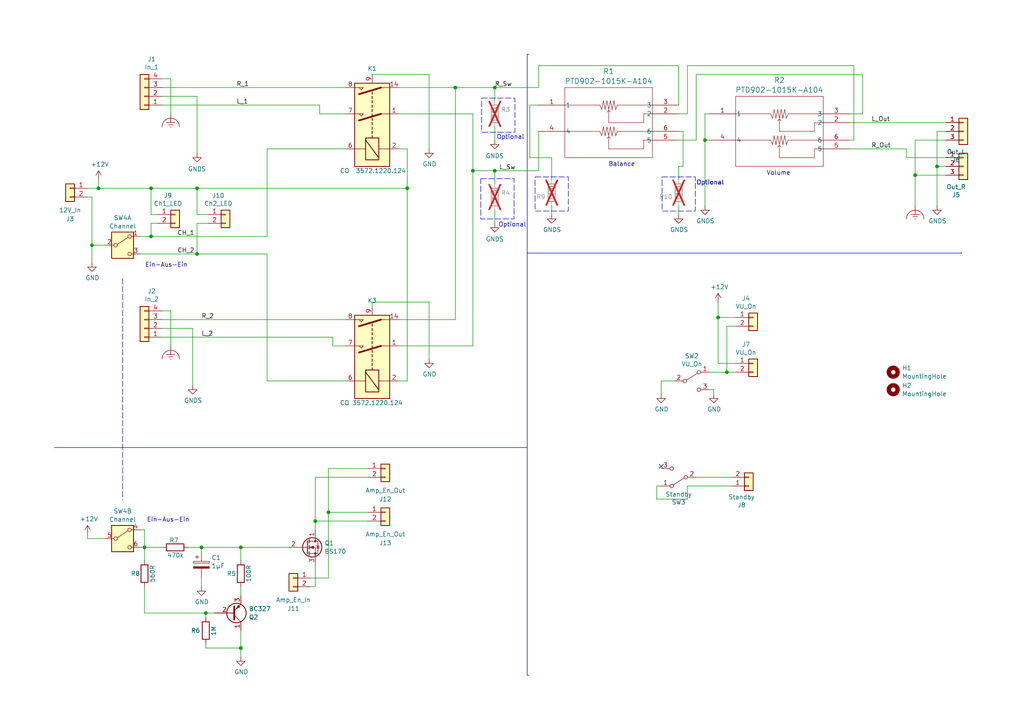
<source format=kicad_sch>
(kicad_sch (version 20231120) (generator "eeschema") (generator_version "8.0")
  (paper "A4")
  (title_block (title "KT88 Eingang & Balance/Lautstärke") (date "2021-03-31") (rev "1.0") (company "Daniel Walter") (comment 1 "fordprfkt@googlemail.com"))
  (lib_symbols
    (symbol "2024-12-17_23-53-22:PTD902-1015K-A104" (pin_names (offset 0.254))
      (property "Reference" "R" (at 20.32 10.16 0))
      (property "Value" "PTD902-1015K-A104" (at 20.32 7.62 0))
      (symbol "PTD902-1015K-A104_0_1"
        (polyline (pts (xy 7.62 -15.24) (xy 33.02 -15.24)) (stroke (width 0.127)))
        (polyline (pts (xy 7.62 -7.62) (xy 17.78 -7.62)) (stroke (width 0.127)))
        (polyline (pts (xy 7.62 0) (xy 17.78 0)) (stroke (width 0.127)))
        (polyline (pts (xy 7.62 5.08) (xy 7.62 -15.24)) (stroke (width 0.127)))
        (polyline (pts (xy 17.78 -7.62) (xy 18.288 -8.89)) (stroke (width 0.127)))
        (polyline (pts (xy 17.78 0) (xy 18.288 -1.27)) (stroke (width 0.127)))
        (polyline (pts (xy 18.288 -8.89) (xy 18.796 -6.35)) (stroke (width 0.127)))
        (polyline (pts (xy 18.288 -1.27) (xy 18.796 1.27)) (stroke (width 0.127)))
        (polyline (pts (xy 18.796 -6.35) (xy 19.304 -8.89)) (stroke (width 0.127)))
        (polyline (pts (xy 18.796 1.27) (xy 19.304 -1.27)) (stroke (width 0.127)))
        (polyline (pts (xy 19.304 -8.89) (xy 19.812 -6.35)) (stroke (width 0.127)))
        (polyline (pts (xy 19.304 -1.27) (xy 19.812 1.27)) (stroke (width 0.127)))
        (polyline (pts (xy 19.812 -6.35) (xy 20.32 -8.89)) (stroke (width 0.127)))
        (polyline (pts (xy 19.812 1.27) (xy 20.32 -1.27)) (stroke (width 0.127)))
        (polyline (pts (xy 20.32 -12.7) (xy 20.32 -9.144)) (stroke (width 0.127)))
        (polyline (pts (xy 20.32 -9.144) (xy 19.812 -9.652)) (stroke (width 0.127)))
        (polyline (pts (xy 20.32 -9.144) (xy 20.828 -9.652)) (stroke (width 0.127)))
        (polyline (pts (xy 20.32 -8.89) (xy 20.828 -6.35)) (stroke (width 0.127)))
        (polyline (pts (xy 20.32 -5.08) (xy 20.32 -1.524)) (stroke (width 0.127)))
        (polyline (pts (xy 20.32 -1.524) (xy 19.812 -2.032)) (stroke (width 0.127)))
        (polyline (pts (xy 20.32 -1.524) (xy 20.828 -2.032)) (stroke (width 0.127)))
        (polyline (pts (xy 20.32 -1.27) (xy 20.828 1.27)) (stroke (width 0.127)))
        (polyline (pts (xy 20.828 -6.35) (xy 21.336 -8.89)) (stroke (width 0.127)))
        (polyline (pts (xy 20.828 1.27) (xy 21.336 -1.27)) (stroke (width 0.127)))
        (polyline (pts (xy 21.336 -8.89) (xy 21.844 -6.35)) (stroke (width 0.127)))
        (polyline (pts (xy 21.336 -1.27) (xy 21.844 1.27)) (stroke (width 0.127)))
        (polyline (pts (xy 21.844 -6.35) (xy 22.352 -8.89)) (stroke (width 0.127)))
        (polyline (pts (xy 21.844 1.27) (xy 22.352 -1.27)) (stroke (width 0.127)))
        (polyline (pts (xy 22.352 -8.89) (xy 22.86 -7.62)) (stroke (width 0.127)))
        (polyline (pts (xy 22.352 -1.27) (xy 22.86 0)) (stroke (width 0.127)))
        (polyline (pts (xy 22.86 -7.62) (xy 33.02 -7.62)) (stroke (width 0.127)))
        (polyline (pts (xy 22.86 0) (xy 33.02 0)) (stroke (width 0.127)))
        (polyline (pts (xy 30.48 -12.7) (xy 20.32 -12.7)) (stroke (width 0.127)))
        (polyline (pts (xy 30.48 -10.16) (xy 30.48 -12.7)) (stroke (width 0.127)))
        (polyline (pts (xy 30.48 -5.08) (xy 20.32 -5.08)) (stroke (width 0.127)))
        (polyline (pts (xy 30.48 -2.54) (xy 30.48 -5.08)) (stroke (width 0.127)))
        (polyline (pts (xy 33.02 -15.24) (xy 33.02 5.08)) (stroke (width 0.127)))
        (polyline (pts (xy 33.02 -10.16) (xy 30.48 -10.16)) (stroke (width 0.127)))
        (polyline (pts (xy 33.02 -2.54) (xy 30.48 -2.54)) (stroke (width 0.127)))
        (polyline (pts (xy 33.02 5.08) (xy 7.62 5.08)) (stroke (width 0.127)))
        (pin unspecified line (at 0 0 0) (length 7.62) (name "1") (number "1"))
        (pin unspecified line (at 40.64 -2.54 180) (length 7.62) (name "2") (number "2"))
        (pin unspecified line (at 40.64 0 180) (length 7.62) (name "3") (number "3"))
        (pin unspecified line (at 0 -7.62 0) (length 7.62) (name "4") (number "4"))
        (pin unspecified line (at 40.64 -10.16 180) (length 7.62) (name "5") (number "5"))
        (pin unspecified line (at 40.64 -7.62 180) (length 7.62) (name "6") (number "6"))
      )
    )
    (symbol "Connector_Generic:Conn_01x02" (pin_names (offset 1.016) hide)
      (property "Reference" "J" (at 0 2.54 0))
      (property "Value" "Conn_01x02" (at 0 -5.08 0))
      (symbol "Conn_01x02_1_1"
        (rectangle (start -1.27 -2.413) (end 0 -2.667) (stroke (width 0.1524)))
        (rectangle (start -1.27 0.127) (end 0 -0.127) (stroke (width 0.1524)))
        (rectangle (start -1.27 1.27) (end 1.27 -3.81) (stroke (width 0.254)) (fill (type background)))
        (pin passive line (at -5.08 0 0) (length 3.81) (name "Pin_1") (number "1"))
        (pin passive line (at -5.08 -2.54 0) (length 3.81) (name "Pin_2") (number "2"))
      )
    )
    (symbol "Connector_Generic:Conn_01x03" (pin_names (offset 1.016) hide)
      (property "Reference" "J" (at 0 5.08 0))
      (property "Value" "Conn_01x03" (at 0 -5.08 0))
      (symbol "Conn_01x03_1_1"
        (rectangle (start -1.27 -2.413) (end 0 -2.667) (stroke (width 0.1524)))
        (rectangle (start -1.27 0.127) (end 0 -0.127) (stroke (width 0.1524)))
        (rectangle (start -1.27 2.667) (end 0 2.413) (stroke (width 0.1524)))
        (rectangle (start -1.27 3.81) (end 1.27 -3.81) (stroke (width 0.254)) (fill (type background)))
        (pin passive line (at -5.08 2.54 0) (length 3.81) (name "Pin_1") (number "1"))
        (pin passive line (at -5.08 0 0) (length 3.81) (name "Pin_2") (number "2"))
        (pin passive line (at -5.08 -2.54 0) (length 3.81) (name "Pin_3") (number "3"))
      )
    )
    (symbol "Connector_Generic:Conn_01x04" (pin_names (offset 1.016) hide)
      (property "Reference" "J" (at 0 5.08 0))
      (property "Value" "Conn_01x04" (at 0 -7.62 0))
      (symbol "Conn_01x04_1_1"
        (rectangle (start -1.27 -4.953) (end 0 -5.207) (stroke (width 0.1524)))
        (rectangle (start -1.27 -2.413) (end 0 -2.667) (stroke (width 0.1524)))
        (rectangle (start -1.27 0.127) (end 0 -0.127) (stroke (width 0.1524)))
        (rectangle (start -1.27 2.667) (end 0 2.413) (stroke (width 0.1524)))
        (rectangle (start -1.27 3.81) (end 1.27 -6.35) (stroke (width 0.254)) (fill (type background)))
        (pin passive line (at -5.08 2.54 0) (length 3.81) (name "Pin_1") (number "1"))
        (pin passive line (at -5.08 0 0) (length 3.81) (name "Pin_2") (number "2"))
        (pin passive line (at -5.08 -2.54 0) (length 3.81) (name "Pin_3") (number "3"))
        (pin passive line (at -5.08 -5.08 0) (length 3.81) (name "Pin_4") (number "4"))
      )
    )
    (symbol "DIPxx-2Axx-21x_1"
      (property "Reference" "K1" (at 15.6718 0 90))
      (property "Value" "DIPxx-2Axx-21x" (at 13.3604 0 90))
      (symbol "DIPxx-2Axx-21x_1_0_0"
        (polyline (pts (xy 2.54 5.08) (xy 2.54 2.54) (xy 1.905 3.175) (xy 2.54 3.81)))
        (polyline (pts (xy 10.16 5.08) (xy 10.16 2.54) (xy 9.525 3.175) (xy 10.16 3.81)))
      )
      (symbol "DIPxx-2Axx-21x_1_0_1"
        (rectangle (start -12.7 5.08) (end 11.43 -5.08) (stroke (width 0.254)) (fill (type background)))
        (rectangle (start -10.795 1.905) (end -4.445 -1.905) (stroke (width 0.254)))
        (polyline (pts (xy -10.16 -1.905) (xy -5.08 1.905)) (stroke (width 0.254)))
        (polyline (pts (xy -7.62 -5.08) (xy -7.62 -1.905)))
        (polyline (pts (xy -7.62 5.08) (xy -7.62 1.905)))
        (polyline (pts (xy -4.445 0) (xy -3.81 0)) (stroke (width 0.254)))
        (polyline (pts (xy -3.175 0) (xy -2.54 0)) (stroke (width 0.254)))
        (polyline (pts (xy -1.905 0) (xy -1.27 0)) (stroke (width 0.254)))
        (polyline (pts (xy -0.635 0) (xy 0 0)) (stroke (width 0.254)))
        (polyline (pts (xy 0.635 0) (xy 1.27 0)) (stroke (width 0.254)))
        (polyline (pts (xy 1.905 0) (xy 2.54 0)) (stroke (width 0.254)))
        (polyline (pts (xy 2.54 -2.54) (xy 0.635 3.81)) (stroke (width 0.508)))
        (polyline (pts (xy 2.54 -2.54) (xy 2.54 -5.08)))
        (polyline (pts (xy 3.175 0) (xy 3.81 0)) (stroke (width 0.254)))
        (polyline (pts (xy 4.445 0) (xy 5.08 0)) (stroke (width 0.254)))
        (polyline (pts (xy 5.715 0) (xy 6.35 0)) (stroke (width 0.254)))
        (polyline (pts (xy 6.985 0) (xy 7.62 0)) (stroke (width 0.254)))
        (polyline (pts (xy 8.255 0) (xy 8.89 0)) (stroke (width 0.254)))
        (polyline (pts (xy 10.16 -2.54) (xy 8.255 3.81)) (stroke (width 0.508)))
        (polyline (pts (xy 10.16 -2.54) (xy 10.16 -5.08)))
      )
      (symbol "DIPxx-2Axx-21x_1_1_1"
        (pin passive line (at 2.54 -7.62 90) (length 2.54) (name "~") (number "1"))
        (pin passive line (at 10.16 -7.62 90) (length 2.54) (name "~") (number "14"))
        (pin passive line (at -7.62 -7.62 90) (length 2.54) (name "~") (number "2"))
        (pin passive line (at -7.62 7.62 270) (length 2.54) (name "~") (number "6"))
        (pin passive line (at 2.54 7.62 270) (length 2.54) (name "~") (number "7"))
        (pin passive line (at 10.16 7.62 270) (length 2.54) (name "~") (number "8"))
        (pin passive line (at 13.97 0 180) (length 2.54) (name "") (number "9"))
      )
    )
    (symbol "Device:C_Polarized" (pin_numbers hide) (pin_names (offset 0.254))
      (property "Reference" "C" (at 0.635 2.54 0))
      (property "Value" "C_Polarized" (at 0.635 -2.54 0))
      (symbol "C_Polarized_0_1"
        (rectangle (start -2.286 0.508) (end 2.286 1.016))
        (polyline (pts (xy -1.778 2.286) (xy -0.762 2.286)))
        (polyline (pts (xy -1.27 2.794) (xy -1.27 1.778)))
        (rectangle (start 2.286 -0.508) (end -2.286 -1.016) (fill (type outline)))
      )
      (symbol "C_Polarized_1_1"
        (pin passive line (at 0 3.81 270) (length 2.794) (name "~") (number "1"))
        (pin passive line (at 0 -3.81 90) (length 2.794) (name "~") (number "2"))
      )
    )
    (symbol "Device:R" (pin_numbers hide) (pin_names (offset 0))
      (property "Reference" "R" (at 2.032 0 90))
      (property "Value" "R" (at 0 0 90))
      (symbol "R_0_1"
        (rectangle (start -1.016 -2.54) (end 1.016 2.54) (stroke (width 0.254)))
      )
      (symbol "R_1_1"
        (pin passive line (at 0 3.81 270) (length 1.27) (name "~") (number "1"))
        (pin passive line (at 0 -3.81 90) (length 1.27) (name "~") (number "2"))
      )
    )
    (symbol "Mechanical:MountingHole" (pin_names (offset 1.016)) (exclude_from_sim yes) (in_bom no)
      (property "Reference" "H" (at 0 5.08 0))
      (property "Value" "MountingHole" (at 0 3.175 0))
      (symbol "MountingHole_0_1"
        (circle (center 0 0) (radius 1.27) (stroke (width 1.27)))
      )
    )
    (symbol "Relay:DIPxx-2Axx-21x"
      (property "Reference" "K3" (at 15.6718 0 90))
      (property "Value" "DIPxx-2Axx-21x" (at 13.3604 0 90))
      (symbol "DIPxx-2Axx-21x_0_0"
        (polyline (pts (xy 2.54 5.08) (xy 2.54 2.54) (xy 1.905 3.175) (xy 2.54 3.81)))
        (polyline (pts (xy 10.16 5.08) (xy 10.16 2.54) (xy 9.525 3.175) (xy 10.16 3.81)))
      )
      (symbol "DIPxx-2Axx-21x_0_1"
        (rectangle (start -12.7 5.08) (end 11.43 -5.08) (stroke (width 0.254)) (fill (type background)))
        (rectangle (start -10.795 1.905) (end -4.445 -1.905) (stroke (width 0.254)))
        (polyline (pts (xy -10.16 -1.905) (xy -5.08 1.905)) (stroke (width 0.254)))
        (polyline (pts (xy -7.62 -5.08) (xy -7.62 -1.905)))
        (polyline (pts (xy -7.62 5.08) (xy -7.62 1.905)))
        (polyline (pts (xy -4.445 0) (xy -3.81 0)) (stroke (width 0.254)))
        (polyline (pts (xy -3.175 0) (xy -2.54 0)) (stroke (width 0.254)))
        (polyline (pts (xy -1.905 0) (xy -1.27 0)) (stroke (width 0.254)))
        (polyline (pts (xy -0.635 0) (xy 0 0)) (stroke (width 0.254)))
        (polyline (pts (xy 0.635 0) (xy 1.27 0)) (stroke (width 0.254)))
        (polyline (pts (xy 1.905 0) (xy 2.54 0)) (stroke (width 0.254)))
        (polyline (pts (xy 2.54 -2.54) (xy 0.635 3.81)) (stroke (width 0.508)))
        (polyline (pts (xy 2.54 -2.54) (xy 2.54 -5.08)))
        (polyline (pts (xy 3.175 0) (xy 3.81 0)) (stroke (width 0.254)))
        (polyline (pts (xy 4.445 0) (xy 5.08 0)) (stroke (width 0.254)))
        (polyline (pts (xy 5.715 0) (xy 6.35 0)) (stroke (width 0.254)))
        (polyline (pts (xy 6.985 0) (xy 7.62 0)) (stroke (width 0.254)))
        (polyline (pts (xy 8.255 0) (xy 8.89 0)) (stroke (width 0.254)))
        (polyline (pts (xy 10.16 -2.54) (xy 8.255 3.81)) (stroke (width 0.508)))
        (polyline (pts (xy 10.16 -2.54) (xy 10.16 -5.08)))
      )
      (symbol "DIPxx-2Axx-21x_1_1"
        (pin passive line (at 2.54 -7.62 90) (length 2.54) (name "~") (number "1"))
        (pin passive line (at 10.16 -7.62 90) (length 2.54) (name "~") (number "14"))
        (pin passive line (at -7.62 -7.62 90) (length 2.54) (name "~") (number "2"))
        (pin passive line (at -7.62 7.62 270) (length 2.54) (name "~") (number "6"))
        (pin passive line (at 2.54 7.62 270) (length 2.54) (name "~") (number "7"))
        (pin passive line (at 10.16 7.62 270) (length 2.54) (name "~") (number "8"))
        (pin passive line (at 13.97 0 180) (length 2.54) (name "") (number "9"))
      )
    )
    (symbol "Switch:SW_DPDT_x2" (pin_names (offset 0) hide)
      (property "Reference" "SW" (at 0 5.08 0))
      (property "Value" "SW_DPDT_x2" (at 0 -5.08 0))
      (symbol "SW_DPDT_x2_0_0"
        (circle (center -2.032 0) (radius 0.508))
        (circle (center 2.032 -2.54) (radius 0.508))
      )
      (symbol "SW_DPDT_x2_0_1"
        (rectangle (start -3.175 3.81) (end 3.175 -3.81) (stroke (width 0.254)) (fill (type background)))
        (polyline (pts (xy -1.524 0.254) (xy 1.5748 2.286)))
        (circle (center 2.032 2.54) (radius 0.508))
      )
      (symbol "SW_DPDT_x2_1_1"
        (pin passive line (at 5.08 2.54 180) (length 2.54) (name "A") (number "1"))
        (pin passive line (at -5.08 0 0) (length 2.54) (name "B") (number "2"))
        (pin passive line (at 5.08 -2.54 180) (length 2.54) (name "C") (number "3"))
      )
      (symbol "SW_DPDT_x2_2_1"
        (pin passive line (at 5.08 2.54 180) (length 2.54) (name "A") (number "4"))
        (pin passive line (at -5.08 0 0) (length 2.54) (name "B") (number "5"))
        (pin passive line (at 5.08 -2.54 180) (length 2.54) (name "C") (number "6"))
      )
    )
    (symbol "Switch:SW_SPDT" (pin_names (offset 0) hide)
      (property "Reference" "SW" (at 0 4.318 0))
      (property "Value" "SW_SPDT" (at 0 -5.08 0))
      (symbol "SW_SPDT_0_0"
        (circle (center -2.032 0) (radius 0.508))
        (circle (center 2.032 -2.54) (radius 0.508))
      )
      (symbol "SW_SPDT_0_1"
        (polyline (pts (xy -1.524 0.254) (xy 1.651 2.286)))
        (circle (center 2.032 2.54) (radius 0.508))
      )
      (symbol "SW_SPDT_1_1"
        (pin passive line (at 5.08 2.54 180) (length 2.54) (name "A") (number "1"))
        (pin passive line (at -5.08 0 0) (length 2.54) (name "B") (number "2"))
        (pin passive line (at 5.08 -2.54 180) (length 2.54) (name "C") (number "3"))
      )
    )
    (symbol "Transistor_BJT:BC327" (pin_names (offset 0) hide)
      (property "Reference" "Q" (at 5.08 1.905 0))
      (property "Value" "BC327" (at 5.08 0 0))
      (symbol "BC327_0_1"
        (polyline (pts (xy 0.635 0.635) (xy 2.54 2.54)))
        (polyline (pts (xy 0.635 -0.635) (xy 2.54 -2.54) (xy 2.54 -2.54)))
        (polyline (pts (xy 0.635 1.905) (xy 0.635 -1.905) (xy 0.635 -1.905)) (stroke (width 0.508)))
        (polyline (pts (xy 2.286 -1.778) (xy 1.778 -2.286) (xy 1.27 -1.27) (xy 2.286 -1.778) (xy 2.286 -1.778)) (fill (type outline)))
        (circle (center 1.27 0) (radius 2.8194) (stroke (width 0.254)))
      )
      (symbol "BC327_1_1"
        (pin passive line (at 2.54 5.08 270) (length 2.54) (name "C") (number "1"))
        (pin input line (at -5.08 0 0) (length 5.715) (name "B") (number "2"))
        (pin passive line (at 2.54 -5.08 90) (length 2.54) (name "E") (number "3"))
      )
    )
    (symbol "Transistor_FET:BS170" (pin_names hide)
      (property "Reference" "Q" (at 5.08 1.905 0))
      (property "Value" "BS170" (at 5.08 0 0))
      (symbol "BS170_0_1"
        (polyline (pts (xy 0.254 0) (xy -2.54 0)))
        (polyline (pts (xy 0.254 1.905) (xy 0.254 -1.905)) (stroke (width 0.254)))
        (polyline (pts (xy 0.762 -1.27) (xy 0.762 -2.286)) (stroke (width 0.254)))
        (polyline (pts (xy 0.762 0.508) (xy 0.762 -0.508)) (stroke (width 0.254)))
        (polyline (pts (xy 0.762 2.286) (xy 0.762 1.27)) (stroke (width 0.254)))
        (polyline (pts (xy 2.54 2.54) (xy 2.54 1.778)))
        (polyline (pts (xy 2.54 -2.54) (xy 2.54 0) (xy 0.762 0)))
        (polyline (pts (xy 0.762 -1.778) (xy 3.302 -1.778) (xy 3.302 1.778) (xy 0.762 1.778)))
        (polyline (pts (xy 1.016 0) (xy 2.032 0.381) (xy 2.032 -0.381) (xy 1.016 0)) (fill (type outline)))
        (polyline (pts (xy 2.794 0.508) (xy 2.921 0.381) (xy 3.683 0.381) (xy 3.81 0.254)))
        (polyline (pts (xy 3.302 0.381) (xy 2.921 -0.254) (xy 3.683 -0.254) (xy 3.302 0.381)))
        (circle (center 1.651 0) (radius 2.794) (stroke (width 0.254)))
        (circle (center 2.54 -1.778) (radius 0.254) (fill (type outline)))
        (circle (center 2.54 1.778) (radius 0.254) (fill (type outline)))
      )
      (symbol "BS170_1_1"
        (pin passive line (at 2.54 5.08 270) (length 2.54) (name "D") (number "1"))
        (pin input line (at -5.08 0 0) (length 2.54) (name "G") (number "2"))
        (pin passive line (at 2.54 -5.08 90) (length 2.54) (name "S") (number "3"))
      )
    )
    (symbol "power:+12V" (power) (pin_names (offset 0))
      (property "Value" "+12V" (at 0 3.556 0))
      (symbol "+12V_0_1"
        (polyline (pts (xy -0.762 1.27) (xy 0 2.54)))
        (polyline (pts (xy 0 0) (xy 0 2.54)))
        (polyline (pts (xy 0 2.54) (xy 0.762 1.27)))
      )
      (symbol "+12V_1_1"
        (pin power_in line (at 0 0 90) (length 0) hide (name "+12V") (number "1"))
      )
    )
    (symbol "power:Earth_Clean" (power) (pin_names (offset 0))
      (symbol "Earth_Clean_0_1"
        (polyline (pts (xy -0.635 -3.175) (xy 0.635 -3.175)))
        (polyline (pts (xy -0.127 -3.81) (xy 0.127 -3.81)))
        (polyline (pts (xy 0 -2.54) (xy 0 0)))
        (polyline (pts (xy 1.27 -2.54) (xy -1.27 -2.54)))
        (arc (start 2.54 -3.81) (mid 0 -1.281) (end -2.54 -3.81))
      )
      (symbol "Earth_Clean_1_1"
        (pin power_in line (at 0 0 270) (length 0) hide (name "Earth_Clean") (number "1"))
      )
    )
    (symbol "power:GND" (power) (pin_names (offset 0))
      (property "Value" "GND" (at 0 -3.81 0))
      (symbol "GND_0_1"
        (polyline (pts (xy 0 0) (xy 0 -1.27) (xy 1.27 -1.27) (xy 0 -2.54) (xy -1.27 -1.27) (xy 0 -1.27)))
      )
      (symbol "GND_1_1"
        (pin power_in line (at 0 0 270) (length 0) hide (name "GND") (number "1"))
      )
    )
    (symbol "power:GNDS" (power) (pin_names (offset 0))
      (property "Value" "GNDS" (at 0 -3.81 0))
      (symbol "GNDS_0_1"
        (polyline (pts (xy 0 0) (xy 0 -1.27) (xy 1.27 -1.27) (xy 0 -2.54) (xy -1.27 -1.27) (xy 0 -1.27)))
      )
      (symbol "GNDS_1_1"
        (pin power_in line (at 0 0 270) (length 0) hide (name "GNDS") (number "1"))
      )
    )
  )
  (junction (at 28.575 54.61))
  (junction (at 57.15 73.66))
  (junction (at 132.08 25.4))
  (junction (at 204.47 40.64))
  (junction (at 137.16 49.53))
  (junction (at 69.85 158.75))
  (junction (at 208.28 92.075))
  (junction (at 210.82 107.95))
  (junction (at 57.15 54.61))
  (junction (at 43.815 68.58))
  (junction (at 41.91 158.75))
  (junction (at 143.51 25.4))
  (junction (at 59.69 177.8))
  (junction (at 143.51 49.53))
  (junction (at 26.67 71.12))
  (junction (at 265.43 50.8))
  (junction (at 271.78 48.26))
  (junction (at 69.85 187.96))
  (junction (at 95.25 148.59))
  (junction (at 118.11 54.61))
  (junction (at 43.815 54.61))
  (junction (at 58.42 158.75))
  (junction (at 91.44 151.13))
  (no_connect (at 191.77 135.255))
  (wire (pts (xy 90.17 167.64) (xy 95.25 167.64)))
  (wire (pts (xy 132.08 92.71) (xy 132.08 25.4)))
  (wire (pts (xy 196.85 33.02) (xy 199.39 33.02)))
  (wire (pts (xy 196.85 40.64) (xy 201.93 40.64)))
  (wire (pts (xy 77.47 73.66) (xy 77.47 110.49)))
  (wire (pts (xy 191.77 110.49) (xy 195.58 110.49)))
  (wire (pts (xy 45.72 62.23) (xy 43.815 62.23)))
  (wire (pts (xy 274.32 50.8) (xy 265.43 50.8)))
  (wire (pts (xy 118.11 43.18) (xy 115.57 43.18)))
  (wire (pts (xy 247.65 19.05) (xy 247.65 40.64)))
  (wire (pts (xy 26.67 57.15) (xy 25.4 57.15)))
  (wire (pts (xy 156.21 25.4) (xy 156.21 19.05)))
  (wire (pts (xy 265.43 40.64) (xy 265.43 50.8)))
  (wire (pts (xy 69.85 187.96) (xy 69.85 190.5)))
  (wire (pts (xy 91.44 163.83) (xy 91.44 170.18)))
  (wire (pts (xy 69.85 158.75) (xy 69.85 162.56)))
  (wire (pts (xy 143.51 60.96) (xy 143.51 64.77)))
  (wire (pts (xy 196.85 38.1) (xy 198.12 38.1)))
  (wire (pts (xy 60.325 62.23) (xy 57.15 62.23)))
  (wire (pts (xy 143.51 49.53) (xy 156.21 49.53)))
  (wire (pts (xy 28.575 52.07) (xy 28.575 54.61)))
  (wire (pts (xy 26.67 71.12) (xy 26.67 76.2)))
  (wire (pts (xy 45.72 64.77) (xy 43.815 64.77)))
  (wire (pts (xy 124.46 87.63) (xy 107.95 87.63)))
  (wire (pts (xy 91.44 170.18) (xy 90.17 170.18)))
  (wire (pts (xy 40.64 153.67) (xy 41.91 153.67)))
  (wire (pts (xy 69.85 158.75) (xy 58.42 158.75)))
  (wire (pts (xy 204.47 40.64) (xy 204.47 59.69)))
  (wire (pts (xy 204.47 33.02) (xy 204.47 40.64)))
  (polyline (pts (xy 152.908 15.748) (xy 153.416 15.748)))
  (polyline (pts (xy 152.908 129.794) (xy 152.908 15.748)))
  (wire (pts (xy 57.15 27.94) (xy 46.99 27.94)))
  (wire (pts (xy 132.08 25.4) (xy 115.57 25.4)))
  (wire (pts (xy 26.67 71.12) (xy 30.48 71.12)))
  (wire (pts (xy 26.67 57.15) (xy 26.67 71.12)))
  (polyline (pts (xy 15.748 129.794) (xy 152.908 129.794)))
  (wire (pts (xy 143.51 49.53) (xy 143.51 53.34)))
  (wire (pts (xy 115.57 33.02) (xy 137.16 33.02)))
  (wire (pts (xy 49.53 90.17) (xy 49.53 100.33)))
  (wire (pts (xy 115.57 92.71) (xy 132.08 92.71)))
  (wire (pts (xy 190.5 140.97) (xy 191.77 140.97)))
  (wire (pts (xy 57.15 54.61) (xy 118.11 54.61)))
  (wire (pts (xy 57.15 73.66) (xy 77.47 73.66)))
  (wire (pts (xy 160.02 45.72) (xy 153.67 45.72)))
  (wire (pts (xy 196.85 48.26) (xy 198.12 48.26)))
  (wire (pts (xy 160.02 59.69) (xy 160.02 62.23)))
  (wire (pts (xy 92.71 33.02) (xy 100.33 33.02)))
  (wire (pts (xy 83.82 158.75) (xy 69.85 158.75)))
  (wire (pts (xy 274.32 40.64) (xy 265.43 40.64)))
  (wire (pts (xy 115.57 100.33) (xy 137.16 100.33)))
  (wire (pts (xy 59.69 177.8) (xy 59.69 179.07)))
  (wire (pts (xy 196.85 59.69) (xy 196.85 62.23)))
  (wire (pts (xy 28.575 54.61) (xy 43.815 54.61)))
  (wire (pts (xy 59.69 186.69) (xy 59.69 187.96)))
  (wire (pts (xy 246.38 43.18) (xy 262.89 43.18)))
  (wire (pts (xy 250.19 33.02) (xy 250.19 21.59)))
  (wire (pts (xy 92.71 30.48) (xy 92.71 33.02)))
  (wire (pts (xy 191.77 114.3) (xy 191.77 110.49)))
  (wire (pts (xy 137.16 33.02) (xy 137.16 49.53)))
  (wire (pts (xy 46.99 22.86) (xy 49.53 22.86)))
  (wire (pts (xy 156.21 38.1) (xy 156.21 49.53)))
  (wire (pts (xy 91.44 151.13) (xy 91.44 153.67)))
  (wire (pts (xy 246.38 35.56) (xy 274.32 35.56)))
  (wire (pts (xy 143.51 25.4) (xy 143.51 29.21)))
  (wire (pts (xy 199.39 19.05) (xy 247.65 19.05)))
  (wire (pts (xy 262.89 45.72) (xy 262.89 43.18)))
  (wire (pts (xy 204.47 40.64) (xy 205.74 40.64)))
  (wire (pts (xy 205.74 107.95) (xy 210.82 107.95)))
  (wire (pts (xy 208.28 105.41) (xy 208.28 92.075)))
  (wire (pts (xy 59.69 177.8) (xy 62.23 177.8)))
  (wire (pts (xy 106.68 135.89) (xy 95.25 135.89)))
  (wire (pts (xy 46.99 97.79) (xy 96.52 97.79)))
  (wire (pts (xy 212.09 140.97) (xy 199.39 140.97)))
  (wire (pts (xy 201.93 21.59) (xy 250.19 21.59)))
  (wire (pts (xy 25.4 156.21) (xy 25.4 154.94)))
  (wire (pts (xy 213.36 105.41) (xy 208.28 105.41)))
  (wire (pts (xy 58.42 167.64) (xy 58.42 170.18)))
  (polyline (pts (xy 278.892 73.152) (xy 278.892 73.406)))
  (wire (pts (xy 107.95 87.63) (xy 107.95 88.9)))
  (wire (pts (xy 55.88 95.25) (xy 55.88 111.76)))
  (wire (pts (xy 199.39 33.02) (xy 199.39 19.05)))
  (wire (pts (xy 43.815 62.23) (xy 43.815 54.61)))
  (wire (pts (xy 246.38 33.02) (xy 250.19 33.02)))
  (wire (pts (xy 59.69 187.96) (xy 69.85 187.96)))
  (wire (pts (xy 124.46 21.59) (xy 107.95 21.59)))
  (wire (pts (xy 41.91 158.75) (xy 41.91 162.56)))
  (wire (pts (xy 265.43 50.8) (xy 265.43 59.69)))
  (wire (pts (xy 41.91 177.8) (xy 59.69 177.8)))
  (wire (pts (xy 205.74 33.02) (xy 204.47 33.02)))
  (wire (pts (xy 274.32 48.26) (xy 271.78 48.26)))
  (wire (pts (xy 137.16 100.33) (xy 137.16 49.53)))
  (wire (pts (xy 212.09 138.43) (xy 201.93 138.43)))
  (wire (pts (xy 213.36 92.075) (xy 208.28 92.075)))
  (wire (pts (xy 118.11 54.61) (xy 118.11 110.49)))
  (wire (pts (xy 201.93 21.59) (xy 201.93 40.64)))
  (wire (pts (xy 30.48 156.21) (xy 25.4 156.21)))
  (wire (pts (xy 40.64 158.75) (xy 41.91 158.75)))
  (wire (pts (xy 207.01 113.03) (xy 207.01 114.3)))
  (wire (pts (xy 77.47 43.18) (xy 77.47 68.58)))
  (wire (pts (xy 41.91 158.75) (xy 46.99 158.75)))
  (wire (pts (xy 43.815 54.61) (xy 57.15 54.61)))
  (wire (pts (xy 137.16 49.53) (xy 143.51 49.53)))
  (wire (pts (xy 95.25 148.59) (xy 95.25 167.64)))
  (wire (pts (xy 96.52 97.79) (xy 96.52 100.33)))
  (wire (pts (xy 77.47 43.18) (xy 100.33 43.18)))
  (wire (pts (xy 106.68 138.43) (xy 91.44 138.43)))
  (wire (pts (xy 49.53 22.86) (xy 49.53 33.02)))
  (wire (pts (xy 77.47 110.49) (xy 100.33 110.49)))
  (polyline (pts (xy 152.908 195.834) (xy 153.416 195.834)))
  (wire (pts (xy 199.39 140.97) (xy 199.39 144.78)))
  (wire (pts (xy 205.74 113.03) (xy 207.01 113.03)))
  (wire (pts (xy 46.99 30.48) (xy 92.71 30.48)))
  (wire (pts (xy 143.51 36.83) (xy 143.51 40.64)))
  (wire (pts (xy 124.46 43.18) (xy 124.46 21.59)))
  (wire (pts (xy 118.11 110.49) (xy 115.57 110.49)))
  (polyline (pts (xy 35.56 80.772) (xy 35.56 145.034)) (stroke (width 0) (type dash)))
  (wire (pts (xy 40.64 73.66) (xy 57.15 73.66)))
  (wire (pts (xy 196.85 19.05) (xy 196.85 30.48)))
  (wire (pts (xy 274.32 45.72) (xy 262.89 45.72)))
  (wire (pts (xy 190.5 144.78) (xy 190.5 140.97)))
  (wire (pts (xy 60.325 64.77) (xy 57.15 64.77)))
  (wire (pts (xy 199.39 144.78) (xy 190.5 144.78)))
  (polyline (pts (xy 152.908 73.406) (xy 278.892 73.406)))
  (wire (pts (xy 54.61 158.75) (xy 58.42 158.75)))
  (wire (pts (xy 143.51 25.4) (xy 132.08 25.4)))
  (wire (pts (xy 41.91 170.18) (xy 41.91 177.8)))
  (wire (pts (xy 43.815 64.77) (xy 43.815 68.58)))
  (wire (pts (xy 58.42 158.75) (xy 58.42 160.02)))
  (wire (pts (xy 210.82 94.615) (xy 210.82 107.95)))
  (wire (pts (xy 57.15 62.23) (xy 57.15 54.61)))
  (wire (pts (xy 213.36 107.95) (xy 210.82 107.95)))
  (wire (pts (xy 247.65 40.64) (xy 246.38 40.64)))
  (wire (pts (xy 46.99 25.4) (xy 100.33 25.4)))
  (wire (pts (xy 153.67 30.48) (xy 153.67 45.72)))
  (wire (pts (xy 143.51 25.4) (xy 156.21 25.4)))
  (wire (pts (xy 41.91 153.67) (xy 41.91 158.75)))
  (wire (pts (xy 160.02 52.07) (xy 160.02 45.72)))
  (wire (pts (xy 55.88 95.25) (xy 46.99 95.25)))
  (wire (pts (xy 156.21 30.48) (xy 153.67 30.48)))
  (wire (pts (xy 274.32 38.1) (xy 271.78 38.1)))
  (wire (pts (xy 156.21 19.05) (xy 196.85 19.05)))
  (wire (pts (xy 46.99 90.17) (xy 49.53 90.17)))
  (wire (pts (xy 57.15 27.94) (xy 57.15 44.45)))
  (wire (pts (xy 57.15 64.77) (xy 57.15 73.66)))
  (wire (pts (xy 271.78 48.26) (xy 271.78 59.69)))
  (wire (pts (xy 40.64 68.58) (xy 43.815 68.58)))
  (wire (pts (xy 198.12 48.26) (xy 198.12 38.1)))
  (wire (pts (xy 210.82 94.615) (xy 213.36 94.615)))
  (wire (pts (xy 46.99 92.71) (xy 100.33 92.71)))
  (wire (pts (xy 271.78 38.1) (xy 271.78 48.26)))
  (wire (pts (xy 95.25 135.89) (xy 95.25 148.59)))
  (wire (pts (xy 118.11 54.61) (xy 118.11 43.18)))
  (wire (pts (xy 69.85 182.88) (xy 69.85 187.96)))
  (wire (pts (xy 43.815 68.58) (xy 77.47 68.58)))
  (polyline (pts (xy 152.908 129.794) (xy 152.908 195.834)))
  (wire (pts (xy 69.85 170.18) (xy 69.85 172.72)))
  (wire (pts (xy 106.68 151.13) (xy 91.44 151.13)))
  (wire (pts (xy 196.85 52.07) (xy 196.85 48.26)))
  (wire (pts (xy 96.52 100.33) (xy 100.33 100.33)))
  (wire (pts (xy 25.4 54.61) (xy 28.575 54.61)))
  (wire (pts (xy 208.28 87.63) (xy 208.28 92.075)))
  (wire (pts (xy 124.46 104.14) (xy 124.46 87.63)))
  (wire (pts (xy 91.44 138.43) (xy 91.44 151.13)))
  (wire (pts (xy 95.25 148.59) (xy 106.68 148.59)))
  (rectangle (start 139.7 28.448) (end 149.352 38.354) (stroke (width 0) (type dash)))
  (rectangle (start 192.024 51.308) (end 201.676 61.214) (stroke (width 0) (type dash)))
  (rectangle (start 155.194 51.308) (end 164.846 61.214) (stroke (width 0) (type dash)))
  (rectangle (start 139.446 51.816) (end 149.098 63.5) (stroke (width 0) (type dash)))
  (text "Optional" (at 205.994 53.086 0) (effects (font (size 1.27 1.27))))
  (text "Optional" (at 148.082 39.878 0) (effects (font (size 1.27 1.27))))
  (text "Volume" (at 225.806 50.292 0) (effects (font (size 1.27 1.27))))
  (text "Ein-Aus-Ein" (at 48.26 76.962 0) (effects (font (size 1.27 1.27))))
  (text "Optional" (at 205.994 53.086 0) (effects (font (size 1.27 1.27))))
  (text "Optional" (at 148.59 65.278 0) (effects (font (size 1.27 1.27))))
  (text "Balance" (at 180.34 47.752 0) (effects (font (size 1.27 1.27))))
  (text "Ein-Aus-Ein" (at 48.768 150.876 0) (effects (font (size 1.27 1.27))))
  (label "R_1" (at 68.58 25.4 0))
  (label "L_1" (at 68.58 30.48 0))
  (label "CH_2" (at 51.435 73.66 0))
  (label "R_Out" (at 252.73 43.18 0))
  (label "L_Sw" (at 144.78 49.53 0))
  (label "L_2" (at 58.42 97.79 0))
  (label "R_Sw" (at 143.51 25.4 0))
  (label "CH_1" (at 51.435 68.58 0))
  (label "R_2" (at 58.42 92.71 0))
  (label "L_Out" (at 252.73 35.56 0))
  (symbol (lib_id "power:Earth_Clean") (at 265.43 59.69 0) (unit 1)
    (property "Reference" "#PWR02" (effects (hide yes)))
    (property "Value" "Earth_Clean" (effects (hide yes)))
  )
  (symbol (lib_name "DIPxx-2Axx-21x_1") (lib_id "Relay:DIPxx-2Axx-21x") (at 107.95 35.56 90) (unit 1)
    (property "Reference" "K1" (at 107.95 19.8882 90))
    (property "Value" "CO  3572.1220.124" (at 108.204 49.53 90))
    (property "Footprint" "Relay_THT:Relay_StandexMeder_DIP_LowProfile" (effects (hide yes)))
    (property "Datasheet" "https://standexelectronics.com/wp-content/uploads/datasheet_reed_relay_DIP.pdf" (effects (hide yes)))
  )
  (symbol (lib_id "Relay:DIPxx-2Axx-21x") (at 107.95 102.87 90) (unit 1)
    (property "Reference" "K3" (at 107.95 87.1982 90))
    (property "Value" "CO 3572.1220.124" (at 107.696 116.84 90))
    (property "Footprint" "Relay_THT:Relay_StandexMeder_DIP_LowProfile" (effects (hide yes)))
    (property "Datasheet" "https://standexelectronics.com/wp-content/uploads/datasheet_reed_relay_DIP.pdf" (effects (hide yes)))
  )
  (symbol (lib_id "Connector_Generic:Conn_01x02") (at 20.32 54.61 0) (mirror y) (unit 1)
    (property "Reference" "J3" (at 20.32 63.5 0))
    (property "Value" "12V_In" (at 20.32 60.96 0))
    (property "Footprint" "Connector_Molex:Molex_KK-254_AE-6410-02A_1x02_P2.54mm_Vertical" (effects (hide yes)))
  )
  (symbol (lib_id "power:+12V") (at 28.575 52.07 0) (unit 1)
    (property "Reference" "#PWR0101" (effects (hide yes)))
    (property "Value" "+12V" (at 28.956 47.6758 0))
  )
  (symbol (lib_id "power:GND") (at 26.67 76.2 0) (unit 1)
    (property "Reference" "#PWR0102" (effects (hide yes)))
    (property "Value" "GND" (at 26.797 80.5942 0))
  )
  (symbol (lib_id "Connector_Generic:Conn_01x03") (at 279.4 48.26 0) (unit 1)
    (property "Reference" "J5" (at 277.3172 56.515 0))
    (property "Value" "Out_R" (at 277.3172 54.2036 0))
    (property "Footprint" "Connector_JST:JST_EH_B3B-EH-A_1x03_P2.50mm_Vertical" (effects (hide yes)))
  )
  (symbol (lib_id "Connector_Generic:Conn_01x03") (at 279.4 38.1 0) (unit 1)
    (property "Reference" "J6" (at 277.3172 46.355 0))
    (property "Value" "Out_L" (at 277.3172 44.0436 0))
    (property "Footprint" "Connector_JST:JST_EH_B3B-EH-A_1x03_P2.50mm_Vertical" (effects (hide yes)))
  )
  (symbol (lib_id "power:GNDS") (at 57.15 44.45 0) (unit 1)
    (property "Reference" "#PWR0105" (effects (hide yes)))
    (property "Value" "GNDS" (at 57.15 49.022 0))
  )
  (symbol (lib_id "power:GNDS") (at 271.78 59.69 0) (unit 1)
    (property "Reference" "#PWR0106" (effects (hide yes)))
    (property "Value" "GNDS" (at 271.907 64.0842 0))
  )
  (symbol (lib_id "Connector_Generic:Conn_01x04") (at 41.91 27.94 180) (unit 1)
    (property "Reference" "J1" (at 43.9928 17.145 0))
    (property "Value" "In_1" (at 43.9928 19.4564 0))
    (property "Footprint" "Connector_JST:JST_EH_B4B-EH-A_1x04_P2.50mm_Vertical" (effects (hide yes)))
  )
  (symbol (lib_id "Connector_Generic:Conn_01x04") (at 41.91 95.25 180) (unit 1)
    (property "Reference" "J2" (at 43.9928 84.455 0))
    (property "Value" "In_2" (at 43.9928 86.7664 0))
    (property "Footprint" "Connector_JST:JST_EH_B4B-EH-A_1x04_P2.50mm_Vertical" (effects (hide yes)))
  )
  (symbol (lib_id "power:Earth_Clean") (at 49.53 100.33 0) (unit 1)
    (property "Reference" "#PWR0107" (effects (hide yes)))
    (property "Value" "Earth_Clean" (effects (hide yes)))
  )
  (symbol (lib_id "power:Earth_Clean") (at 49.53 33.02 0) (unit 1)
    (property "Reference" "#PWR0108" (effects (hide yes)))
    (property "Value" "Earth_Clean" (effects (hide yes)))
  )
  (symbol (lib_id "Connector_Generic:Conn_01x02") (at 217.17 140.97 0) (mirror x) (unit 1)
    (property "Reference" "J8" (at 215.0872 146.4818 0))
    (property "Value" "Standby" (at 215.0872 144.1704 0))
    (property "Footprint" "Connector_Molex:Molex_KK-254_AE-6410-02A_1x02_P2.54mm_Vertical" (effects (hide yes)))
  )
  (symbol (lib_id "Connector_Generic:Conn_01x02") (at 218.44 105.41 0) (unit 1)
    (property "Reference" "J7" (at 216.3572 99.8982 0))
    (property "Value" "VU_On" (at 216.3572 102.2096 0))
    (property "Footprint" "Connector_Molex:Molex_KK-254_AE-6410-02A_1x02_P2.54mm_Vertical" (effects (hide yes)))
  )
  (symbol (lib_id "power:GND") (at 191.77 114.3 0) (unit 1)
    (property "Reference" "#PWR0112" (effects (hide yes)))
    (property "Value" "GND" (at 191.897 118.6942 0))
  )
  (symbol (lib_id "Switch:SW_SPDT") (at 200.66 110.49 0) (unit 1)
    (property "Reference" "SW2" (at 200.66 103.251 0))
    (property "Value" "VU_On" (at 200.66 105.5624 0))
    (property "Footprint" "Switch_Angled:7101MD9AV2BE" (effects (hide yes)))
  )
  (symbol (lib_id "Switch:SW_SPDT") (at 196.85 138.43 180) (unit 1)
    (property "Reference" "SW3" (at 196.85 145.669 0))
    (property "Value" "Standby" (at 196.85 143.3576 0))
    (property "Footprint" "Switch_Angled:7101MD9AV2BE" (effects (hide yes)))
  )
  (symbol (lib_id "Connector_Generic:Conn_01x02") (at 218.44 92.075 0) (unit 1)
    (property "Reference" "J4" (at 216.3572 86.5632 0))
    (property "Value" "VU_On" (at 216.3572 88.8746 0))
    (property "Footprint" "Connector_Molex:Molex_KK-254_AE-6410-02A_1x02_P2.54mm_Vertical" (effects (hide yes)))
  )
  (symbol (lib_id "Device:R") (at 143.51 57.15 0) (unit 1) (dnp yes)
    (property "Reference" "R4" (at 145.288 55.9378 0) (effects (justify left)))
    (property "Value" "100k" (at 143.51 59.436 90) (effects (justify left)))
    (property "Footprint" "Resistor_THT:R_Axial_DIN0207_L6.3mm_D2.5mm_P10.16mm_Horizontal" (effects (hide yes)))
    (property "Description" "Resistor" (effects (hide yes)))
  )
  (symbol (lib_id "power:GND") (at 58.42 170.18 0) (unit 1)
    (property "Reference" "#PWR08" (effects (hide yes)))
    (property "Value" "GND" (at 58.547 174.5742 0))
  )
  (symbol (lib_id "Device:R") (at 59.69 182.88 0) (unit 1)
    (property "Reference" "R6" (at 55.372 182.88 0) (effects (justify left)))
    (property "Value" "1M" (at 61.976 184.404 90) (effects (justify left)))
    (property "Footprint" "Resistor_THT:R_Axial_DIN0207_L6.3mm_D2.5mm_P10.16mm_Horizontal" (effects (hide yes)))
    (property "Description" "Resistor" (effects (hide yes)))
  )
  (symbol (lib_id "2024-12-17_23-53-22:PTD902-1015K-A104") (at 205.74 33.02 0) (unit 1)
    (property "Reference" "R2" (at 226.06 23.2461 0) (effects (font (size 1.524 1.524))))
    (property "Value" "PTD902-1015K-A104" (at 226.06 26.079 0) (effects (font (size 1.524 1.524))))
    (property "Footprint" "PTD902-15K_BRN:PTD902-15K_BRN" (effects (hide yes)))
    (property "Datasheet" "PTD902-1015K-A104" (effects (hide yes)))
  )
  (symbol (lib_id "Switch:SW_DPDT_x2") (at 35.56 71.12 0) (unit 1)
    (property "Reference" "SW4" (at 35.56 63.1655 0))
    (property "Value" "Channel" (at 35.56 65.5898 0))
    (property "Footprint" "Switch_TE:1825139-2" (effects (hide yes)))
    (property "Description" "Switch, dual pole double throw, separate symbols" (effects (hide yes)))
  )
  (symbol (lib_id "Connector_Generic:Conn_01x02") (at 65.405 62.23 0) (unit 1)
    (property "Reference" "J10" (at 63.3222 56.7182 0))
    (property "Value" "Ch2_LED" (at 63.3222 59.0296 0))
    (property "Footprint" "Connector_Molex:Molex_KK-254_AE-6410-02A_1x02_P2.54mm_Vertical" (effects (hide yes)))
  )
  (symbol (lib_id "Connector_Generic:Conn_01x02") (at 111.76 148.59 0) (unit 1)
    (property "Reference" "J13" (at 111.76 157.48 0))
    (property "Value" "Amp_En_Out" (at 111.76 154.94 0))
    (property "Footprint" "Connector_Molex:Molex_KK-254_AE-6410-02A_1x02_P2.54mm_Vertical" (effects (hide yes)))
  )
  (symbol (lib_id "Device:R") (at 143.51 33.02 0) (unit 1) (dnp yes)
    (property "Reference" "R3" (at 145.288 31.8078 0) (effects (justify left)))
    (property "Value" "100k" (at 143.51 35.56 90) (effects (justify left)))
    (property "Footprint" "Resistor_THT:R_Axial_DIN0207_L6.3mm_D2.5mm_P10.16mm_Horizontal" (effects (hide yes)))
    (property "Description" "Resistor" (effects (hide yes)))
  )
  (symbol (lib_id "power:GNDS") (at 55.88 111.76 0) (unit 1)
    (property "Reference" "#PWR04" (effects (hide yes)))
    (property "Value" "GNDS" (at 56.007 116.1542 0))
  )
  (symbol (lib_id "power:GND") (at 124.46 104.14 0) (unit 1)
    (property "Reference" "#PWR010" (effects (hide yes)))
    (property "Value" "GND" (at 124.587 108.5342 0))
  )
  (symbol (lib_id "power:GNDS") (at 196.85 62.23 0) (unit 1)
    (property "Reference" "#PWR013" (effects (hide yes)))
    (property "Value" "GNDS" (at 196.977 66.6242 0))
  )
  (symbol (lib_id "2024-12-17_23-53-22:PTD902-1015K-A104") (at 156.21 30.48 0) (unit 1)
    (property "Reference" "R1" (at 176.53 20.7061 0) (effects (font (size 1.524 1.524))))
    (property "Value" "PTD902-1015K-A104" (at 176.53 23.539 0) (effects (font (size 1.524 1.524))))
    (property "Footprint" "PTD902-15K_BRN:PTD902-15K_BRN" (effects (hide yes)))
    (property "Datasheet" "PTD902-1015K-A104" (effects (hide yes)))
  )
  (symbol (lib_id "power:+12V") (at 25.4 154.94 0) (unit 1)
    (property "Reference" "#PWR09" (effects (hide yes)))
    (property "Value" "+12V" (at 25.781 150.5458 0))
  )
  (symbol (lib_id "Device:R") (at 69.85 166.37 0) (unit 1)
    (property "Reference" "R5" (at 65.786 166.37 0) (effects (justify left)))
    (property "Value" "100R" (at 72.136 168.91 90) (effects (justify left)))
    (property "Footprint" "Resistor_THT:R_Axial_DIN0207_L6.3mm_D2.5mm_P10.16mm_Horizontal" (effects (hide yes)))
    (property "Description" "Resistor" (effects (hide yes)))
  )
  (symbol (lib_id "power:GNDS") (at 143.51 40.64 0) (unit 1)
    (property "Reference" "#PWR05" (effects (hide yes)))
    (property "Value" "GNDS" (at 143.51 45.212 0))
  )
  (symbol (lib_id "power:+12V") (at 208.28 87.63 0) (unit 1)
    (property "Reference" "#PWR0103" (effects (hide yes)))
    (property "Value" "+12V" (at 208.661 83.2358 0))
  )
  (symbol (lib_id "Connector_Generic:Conn_01x02") (at 85.09 167.64 0) (mirror y) (unit 1)
    (property "Reference" "J11" (at 85.09 176.53 0))
    (property "Value" "Amp_En_In" (at 85.09 173.99 0))
    (property "Footprint" "Connector_Molex:Molex_KK-254_AE-6410-02A_1x02_P2.54mm_Vertical" (effects (hide yes)))
  )
  (symbol (lib_id "Switch:SW_DPDT_x2") (at 35.56 156.21 0) (unit 2)
    (property "Reference" "SW4" (at 35.56 148.2555 0))
    (property "Value" "Channel" (at 35.56 150.6798 0))
    (property "Footprint" "Switch_TE:1825139-2" (effects (hide yes)))
    (property "Description" "Switch, dual pole double throw, separate symbols" (effects (hide yes)))
  )
  (symbol (lib_id "Mechanical:MountingHole") (at 259.08 113.03 0) (unit 1) (exclude_from_sim yes) (in_bom no)
    (property "Reference" "H2" (at 261.62 111.8178 0) (effects (justify left)))
    (property "Value" "MountingHole" (at 261.62 114.2421 0) (effects (justify left)))
    (property "Footprint" "MountingHole:MountingHole_3.2mm_M3" (effects (hide yes)))
    (property "Description" "Mounting Hole without connection" (effects (hide yes)))
  )
  (symbol (lib_id "power:GNDS") (at 204.47 59.69 0) (unit 1)
    (property "Reference" "#PWR01" (effects (hide yes)))
    (property "Value" "GNDS" (at 204.597 64.0842 0))
  )
  (symbol (lib_id "Device:R") (at 50.8 158.75 90) (unit 1)
    (property "Reference" "R7" (at 51.816 156.718 90) (effects (justify left)))
    (property "Value" "470k" (at 53.34 161.036 90) (effects (justify left)))
    (property "Footprint" "Resistor_THT:R_Axial_DIN0207_L6.3mm_D2.5mm_P10.16mm_Horizontal" (effects (hide yes)))
    (property "Description" "Resistor" (effects (hide yes)))
  )
  (symbol (lib_id "Transistor_BJT:BC327") (at 67.31 177.8 0) (mirror x) (unit 1)
    (property "Reference" "Q2" (at 72.1614 179.0122 0) (effects (justify left)))
    (property "Value" "BC327" (at 72.1614 176.5879 0) (effects (justify left)))
    (property "Footprint" "Package_TO_SOT_THT:TO-92_Inline" (effects (hide yes)))
    (property "Datasheet" "http://www.onsemi.com/pub_link/Collateral/BC327-D.PDF" (effects (hide yes)))
    (property "Description" "0.8A Ic, 45V Vce, PNP Transistor, TO-92" (effects (hide yes)))
  )
  (symbol (lib_id "Device:R") (at 160.02 55.88 180) (unit 1) (dnp yes)
    (property "Reference" "R9" (at 158.242 57.0922 0) (effects (justify left)))
    (property "Value" "100k" (at 160.02 53.34 90) (effects (justify left)))
    (property "Footprint" "Resistor_THT:R_Axial_DIN0207_L6.3mm_D2.5mm_P10.16mm_Horizontal" (effects (hide yes)))
    (property "Description" "Resistor" (effects (hide yes)))
  )
  (symbol (lib_id "power:GNDS") (at 143.51 64.77 0) (unit 1)
    (property "Reference" "#PWR06" (effects (hide yes)))
    (property "Value" "GNDS" (at 143.51 69.342 0))
  )
  (symbol (lib_id "Connector_Generic:Conn_01x02") (at 111.76 135.89 0) (unit 1)
    (property "Reference" "J12" (at 111.76 144.78 0))
    (property "Value" "Amp_En_Out" (at 111.76 142.24 0))
    (property "Footprint" "Connector_Molex:Molex_KK-254_AE-6410-02A_1x02_P2.54mm_Vertical" (effects (hide yes)))
  )
  (symbol (lib_id "power:GND") (at 69.85 190.5 0) (unit 1)
    (property "Reference" "#PWR07" (effects (hide yes)))
    (property "Value" "GND" (at 69.977 194.8942 0))
  )
  (symbol (lib_id "Device:R") (at 196.85 55.88 180) (unit 1) (dnp yes)
    (property "Reference" "R10" (at 195.072 57.0922 0) (effects (justify left)))
    (property "Value" "100k" (at 196.85 53.34 90) (effects (justify left)))
    (property "Footprint" "Resistor_THT:R_Axial_DIN0207_L6.3mm_D2.5mm_P10.16mm_Horizontal" (effects (hide yes)))
    (property "Description" "Resistor" (effects (hide yes)))
  )
  (symbol (lib_id "power:GND") (at 124.46 43.18 0) (unit 1)
    (property "Reference" "#PWR011" (effects (hide yes)))
    (property "Value" "GND" (at 124.587 47.5742 0))
  )
  (symbol (lib_id "Mechanical:MountingHole") (at 259.08 107.95 0) (unit 1) (exclude_from_sim yes) (in_bom no)
    (property "Reference" "H1" (at 261.62 106.7378 0) (effects (justify left)))
    (property "Value" "MountingHole" (at 261.62 109.1621 0) (effects (justify left)))
    (property "Footprint" "MountingHole:MountingHole_3.2mm_M3" (effects (hide yes)))
    (property "Description" "Mounting Hole without connection" (effects (hide yes)))
  )
  (symbol (lib_id "Device:C_Polarized") (at 58.42 163.83 0) (unit 1)
    (property "Reference" "C1" (at 61.341 161.7288 0) (effects (justify left)))
    (property "Value" "1µF" (at 61.341 164.1531 0) (effects (justify left)))
    (property "Footprint" "Capacitor_THT:C_Rect_L4.6mm_W5.5mm_P2.50mm_MKS02_FKP02" (effects (hide yes)))
    (property "Description" "Polarized capacitor" (effects (hide yes)))
  )
  (symbol (lib_id "Transistor_FET:BS170") (at 88.9 158.75 0) (unit 1)
    (property "Reference" "Q1" (at 94.107 157.5378 0) (effects (justify left)))
    (property "Value" "BS170" (at 94.107 159.9621 0) (effects (justify left)))
    (property "Footprint" "Package_TO_SOT_THT:TO-92_Inline" (effects (hide yes)))
    (property "Datasheet" "https://www.onsemi.com/pub/Collateral/BS170-D.PDF" (effects (hide yes)))
    (property "Description" "0.5A Id, 60V Vds, N-Channel MOSFET, TO-92" (effects (hide yes)))
  )
  (symbol (lib_id "Device:R") (at 41.91 166.37 180) (unit 1)
    (property "Reference" "R8" (at 40.64 166.37 0) (effects (justify left)))
    (property "Value" "560R" (at 44.196 163.83 90) (effects (justify left)))
    (property "Footprint" "Resistor_THT:R_Axial_DIN0207_L6.3mm_D2.5mm_P10.16mm_Horizontal" (effects (hide yes)))
    (property "Description" "Resistor" (effects (hide yes)))
  )
  (symbol (lib_id "Connector_Generic:Conn_01x02") (at 50.8 62.23 0) (unit 1)
    (property "Reference" "J9" (at 48.7172 56.7182 0))
    (property "Value" "Ch1_LED" (at 48.7172 59.0296 0))
    (property "Footprint" "Connector_Molex:Molex_KK-254_AE-6410-02A_1x02_P2.54mm_Vertical" (effects (hide yes)))
  )
  (symbol (lib_id "power:GND") (at 207.01 114.3 0) (unit 1)
    (property "Reference" "#PWR03" (effects (hide yes)))
    (property "Value" "GND" (at 207.137 118.6942 0))
  )
  (symbol (lib_id "power:GNDS") (at 160.02 62.23 0) (unit 1)
    (property "Reference" "#PWR012" (effects (hide yes)))
    (property "Value" "GNDS" (at 160.147 66.6242 0))
  )
)
</source>
